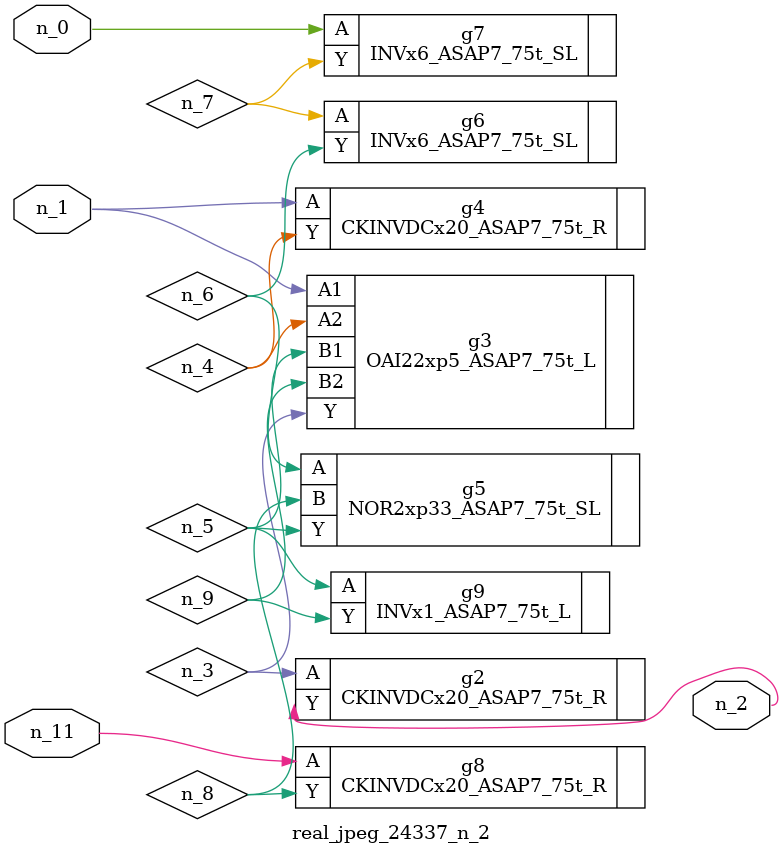
<source format=v>
module real_jpeg_24337_n_2 (n_1, n_11, n_0, n_2);

input n_1;
input n_11;
input n_0;

output n_2;

wire n_5;
wire n_4;
wire n_8;
wire n_6;
wire n_7;
wire n_3;
wire n_9;

INVx6_ASAP7_75t_SL g7 ( 
.A(n_0),
.Y(n_7)
);

OAI22xp5_ASAP7_75t_L g3 ( 
.A1(n_1),
.A2(n_4),
.B1(n_5),
.B2(n_9),
.Y(n_3)
);

CKINVDCx20_ASAP7_75t_R g4 ( 
.A(n_1),
.Y(n_4)
);

CKINVDCx20_ASAP7_75t_R g2 ( 
.A(n_3),
.Y(n_2)
);

INVx1_ASAP7_75t_L g9 ( 
.A(n_5),
.Y(n_9)
);

NOR2xp33_ASAP7_75t_SL g5 ( 
.A(n_6),
.B(n_8),
.Y(n_5)
);

INVx6_ASAP7_75t_SL g6 ( 
.A(n_7),
.Y(n_6)
);

CKINVDCx20_ASAP7_75t_R g8 ( 
.A(n_11),
.Y(n_8)
);


endmodule
</source>
